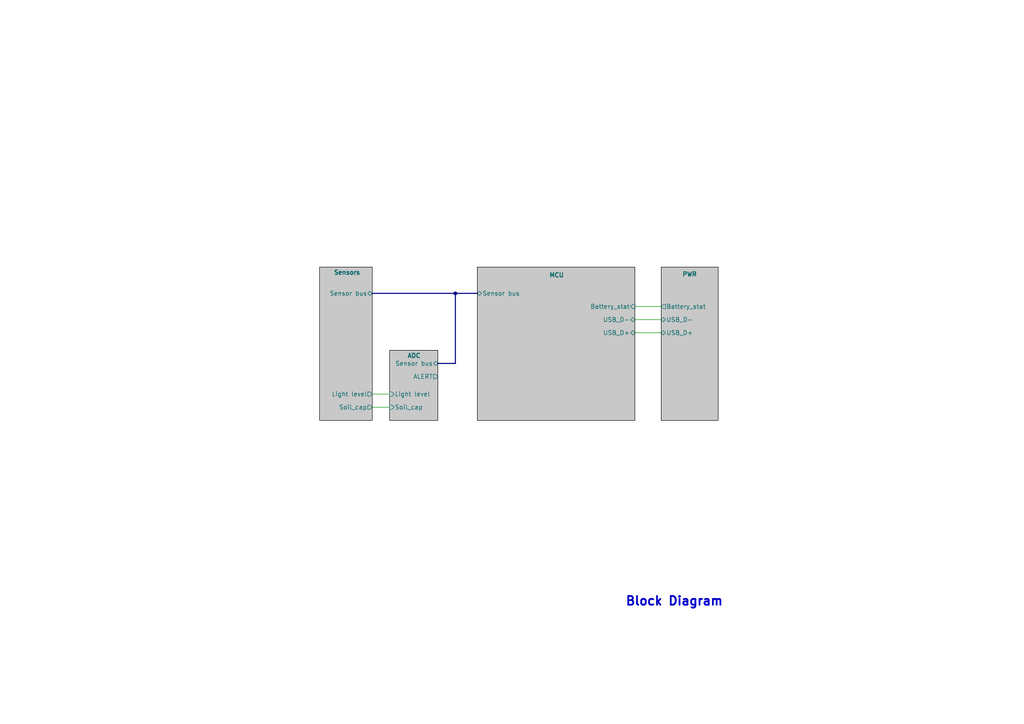
<source format=kicad_sch>
(kicad_sch
	(version 20231120)
	(generator "eeschema")
	(generator_version "8.0")
	(uuid "357055bf-c309-4d6b-a2fa-f5ee5ba59771")
	(paper "A4")
	(lib_symbols)
	(junction
		(at 132.08 85.09)
		(diameter 0)
		(color 0 0 0 0)
		(uuid "ad4c4a6b-532c-4745-98ad-bda35edaa72f")
	)
	(bus
		(pts
			(xy 127 105.41) (xy 132.08 105.41)
		)
		(stroke
			(width 0)
			(type default)
		)
		(uuid "3a45f11c-a23c-4ddd-86ec-4dcda277ab25")
	)
	(wire
		(pts
			(xy 107.95 118.11) (xy 113.03 118.11)
		)
		(stroke
			(width 0)
			(type default)
		)
		(uuid "4af2b329-3ef3-4931-a547-5b4278fba617")
	)
	(wire
		(pts
			(xy 184.15 88.9) (xy 191.77 88.9)
		)
		(stroke
			(width 0)
			(type default)
		)
		(uuid "54195393-64e4-49db-bd65-c12e5ad12ecf")
	)
	(bus
		(pts
			(xy 132.08 85.09) (xy 138.43 85.09)
		)
		(stroke
			(width 0)
			(type default)
		)
		(uuid "5e40a995-07f6-4fbe-b813-035e70fa2cfd")
	)
	(bus
		(pts
			(xy 107.95 85.09) (xy 132.08 85.09)
		)
		(stroke
			(width 0)
			(type default)
		)
		(uuid "6056d07d-e487-4730-91e5-a510562cedd7")
	)
	(wire
		(pts
			(xy 107.95 114.3) (xy 113.03 114.3)
		)
		(stroke
			(width 0)
			(type default)
		)
		(uuid "610913c6-d85d-4597-86ca-1b65ce91ab79")
	)
	(wire
		(pts
			(xy 184.15 96.52) (xy 191.77 96.52)
		)
		(stroke
			(width 0)
			(type default)
		)
		(uuid "728e19e1-184e-4805-984f-5742fbd61bf9")
	)
	(bus
		(pts
			(xy 132.08 105.41) (xy 132.08 85.09)
		)
		(stroke
			(width 0)
			(type default)
		)
		(uuid "a7b71b59-39c5-4bcb-b2f7-40bcc4e536bc")
	)
	(wire
		(pts
			(xy 184.15 92.71) (xy 191.77 92.71)
		)
		(stroke
			(width 0)
			(type default)
		)
		(uuid "e19e71c4-bb7a-4374-a354-700dd537ad7f")
	)
	(text "Block Diagram"
		(exclude_from_sim no)
		(at 195.58 174.498 0)
		(effects
			(font
				(size 2.54 2.54)
				(thickness 0.508)
				(bold yes)
			)
		)
		(uuid "42ca1860-d235-4169-9410-ce2a60d6a4b7")
	)
	(sheet
		(at 113.03 101.6)
		(size 13.97 20.32)
		(stroke
			(width 0.1524)
			(type solid)
			(color 0 0 0 1)
		)
		(fill
			(color 200 200 200 1.0000)
		)
		(uuid "18c41965-930c-4295-847b-928f7d9a5c7f")
		(property "Sheetname" "ADC"
			(at 118.11 103.886 0)
			(effects
				(font
					(size 1.27 1.27)
					(thickness 0.254)
					(bold yes)
				)
				(justify left bottom)
			)
		)
		(property "Sheetfile" "adc.kicad_sch"
			(at 113.03 121.2346 0)
			(effects
				(font
					(size 1.27 1.27)
				)
				(justify left top)
				(hide yes)
			)
		)
		(pin "Soil_cap" input
			(at 113.03 118.11 180)
			(effects
				(font
					(size 1.27 1.27)
				)
				(justify left)
			)
			(uuid "2d671cec-bf9d-46d6-a1d6-cea5d7a5abf9")
		)
		(pin "Sensor bus" bidirectional
			(at 127 105.41 0)
			(effects
				(font
					(size 1.27 1.27)
				)
				(justify right)
			)
			(uuid "b38d1b90-991b-4f0a-a2ef-e737cb2d5943")
		)
		(pin "Light level" input
			(at 113.03 114.3 180)
			(effects
				(font
					(size 1.27 1.27)
				)
				(justify left)
			)
			(uuid "30838f14-0348-4ff0-8a0b-0afb92a6e4a7")
		)
		(pin "ALERT" output
			(at 127 109.22 0)
			(effects
				(font
					(size 1.27 1.27)
				)
				(justify right)
			)
			(uuid "f8207583-bdce-4f13-b71b-5ffd3560778f")
		)
		(instances
			(project "Plant-health-meter"
				(path "/357055bf-c309-4d6b-a2fa-f5ee5ba59771"
					(page "5")
				)
			)
		)
	)
	(sheet
		(at 92.71 77.47)
		(size 15.24 44.45)
		(stroke
			(width 0.1524)
			(type solid)
			(color 0 0 0 1)
		)
		(fill
			(color 200 200 200 1.0000)
		)
		(uuid "673b6cbc-4dd8-4397-ae5a-9b0518551eea")
		(property "Sheetname" "Sensors"
			(at 96.774 79.756 0)
			(effects
				(font
					(size 1.27 1.27)
					(thickness 0.254)
					(bold yes)
				)
				(justify left bottom)
			)
		)
		(property "Sheetfile" "sensors.kicad_sch"
			(at 92.71 95.8346 0)
			(effects
				(font
					(size 1.27 1.27)
				)
				(justify left top)
				(hide yes)
			)
		)
		(pin "Sensor bus" bidirectional
			(at 107.95 85.09 0)
			(effects
				(font
					(size 1.27 1.27)
				)
				(justify right)
			)
			(uuid "bbb54b3a-e4e2-49b1-bf1c-92c74b3c7cfa")
		)
		(pin "Soil_cap" output
			(at 107.95 118.11 0)
			(effects
				(font
					(size 1.27 1.27)
				)
				(justify right)
			)
			(uuid "ea11a850-2765-4869-9a12-21b7159e9380")
		)
		(pin "Light level" output
			(at 107.95 114.3 0)
			(effects
				(font
					(size 1.27 1.27)
				)
				(justify right)
			)
			(uuid "51cb20bf-9b3b-49be-b127-692e35914679")
		)
		(instances
			(project "Plant-health-meter"
				(path "/357055bf-c309-4d6b-a2fa-f5ee5ba59771"
					(page "5")
				)
			)
		)
	)
	(sheet
		(at 191.77 77.47)
		(size 16.51 44.45)
		(stroke
			(width 0.1524)
			(type solid)
			(color 0 0 0 1)
		)
		(fill
			(color 200 200 200 1.0000)
		)
		(uuid "98819006-dc75-4aad-a220-e6960b29e68b")
		(property "Sheetname" "PWR"
			(at 197.866 80.264 0)
			(effects
				(font
					(size 1.27 1.27)
					(thickness 0.254)
					(bold yes)
				)
				(justify left bottom)
			)
		)
		(property "Sheetfile" "pwr.kicad_sch"
			(at 191.77 150.4446 0)
			(effects
				(font
					(size 1.27 1.27)
				)
				(justify left top)
				(hide yes)
			)
		)
		(pin "Battery_stat" output
			(at 191.77 88.9 180)
			(effects
				(font
					(size 1.27 1.27)
				)
				(justify left)
			)
			(uuid "3634b4a1-63f3-415a-a359-ba29971a97e9")
		)
		(pin "USB_D+" bidirectional
			(at 191.77 96.52 180)
			(effects
				(font
					(size 1.27 1.27)
				)
				(justify left)
			)
			(uuid "afe722e5-5fc8-49c1-a168-630458703acc")
		)
		(pin "USB_D-" bidirectional
			(at 191.77 92.71 180)
			(effects
				(font
					(size 1.27 1.27)
				)
				(justify left)
			)
			(uuid "70d5b646-2b59-444a-8978-229457767e9b")
		)
		(instances
			(project "Plant-health-meter"
				(path "/357055bf-c309-4d6b-a2fa-f5ee5ba59771"
					(page "2")
				)
			)
		)
	)
	(sheet
		(at 138.43 77.47)
		(size 45.72 44.45)
		(stroke
			(width 0.1524)
			(type solid)
			(color 0 0 0 1)
		)
		(fill
			(color 200 200 200 1.0000)
		)
		(uuid "f878f43f-0ef0-4ca5-9286-ff16b4b716af")
		(property "Sheetname" "MCU"
			(at 159.258 80.518 0)
			(effects
				(font
					(size 1.27 1.27)
					(thickness 0.254)
					(bold yes)
				)
				(justify left bottom)
			)
		)
		(property "Sheetfile" "mcu.kicad_sch"
			(at 138.43 122.5046 0)
			(effects
				(font
					(size 1.27 1.27)
				)
				(justify left top)
				(hide yes)
			)
		)
		(pin "Sensor bus" bidirectional
			(at 138.43 85.09 180)
			(effects
				(font
					(size 1.27 1.27)
				)
				(justify left)
			)
			(uuid "11bbb785-4a11-4144-9826-d8e25f31131c")
		)
		(pin "Battery_stat" input
			(at 184.15 88.9 0)
			(effects
				(font
					(size 1.27 1.27)
				)
				(justify right)
			)
			(uuid "71936e84-7d7a-400b-92ad-27dbc0956a7b")
		)
		(pin "USB_D-" bidirectional
			(at 184.15 92.71 0)
			(effects
				(font
					(size 1.27 1.27)
				)
				(justify right)
			)
			(uuid "884662ff-a17d-4044-8af6-fe695af3933d")
		)
		(pin "USB_D+" bidirectional
			(at 184.15 96.52 0)
			(effects
				(font
					(size 1.27 1.27)
				)
				(justify right)
			)
			(uuid "73d5494d-6735-4fe9-a652-3c7ac6eb657e")
		)
		(instances
			(project "Plant-health-meter"
				(path "/357055bf-c309-4d6b-a2fa-f5ee5ba59771"
					(page "3")
				)
			)
		)
	)
	(sheet_instances
		(path "/"
			(page "1")
		)
	)
)

</source>
